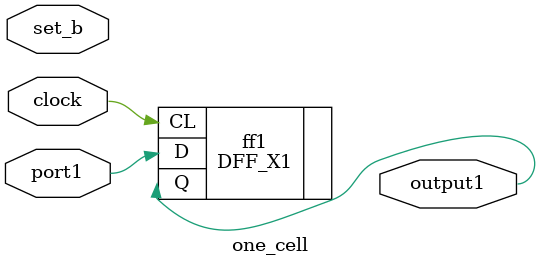
<source format=v>
module one_cell(port1, clock, output1, set_b);
  input port1;
  input clock;
  input set_b;
  output output1;

  DFF_X1 ff1(
    .D(port1),
    .Q(output1),
    .CL(clock)
  );

endmodule

</source>
